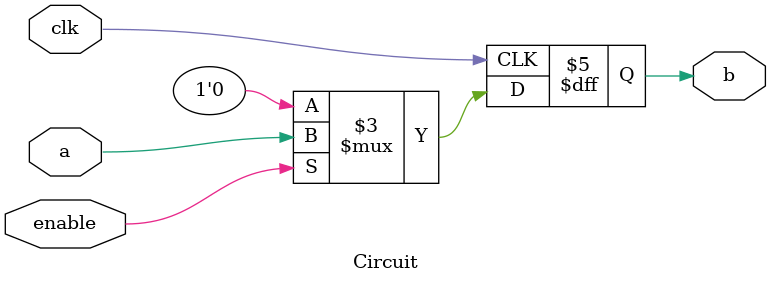
<source format=sv>
`default_nettype none

module Circuit (
    output var logic b,
    input var  logic clk,
    input var  logic enable,
    input var  logic a
);
  always_ff @(posedge clk)
    if (enable) b <= a;
    else b <= 0;
endmodule

</source>
